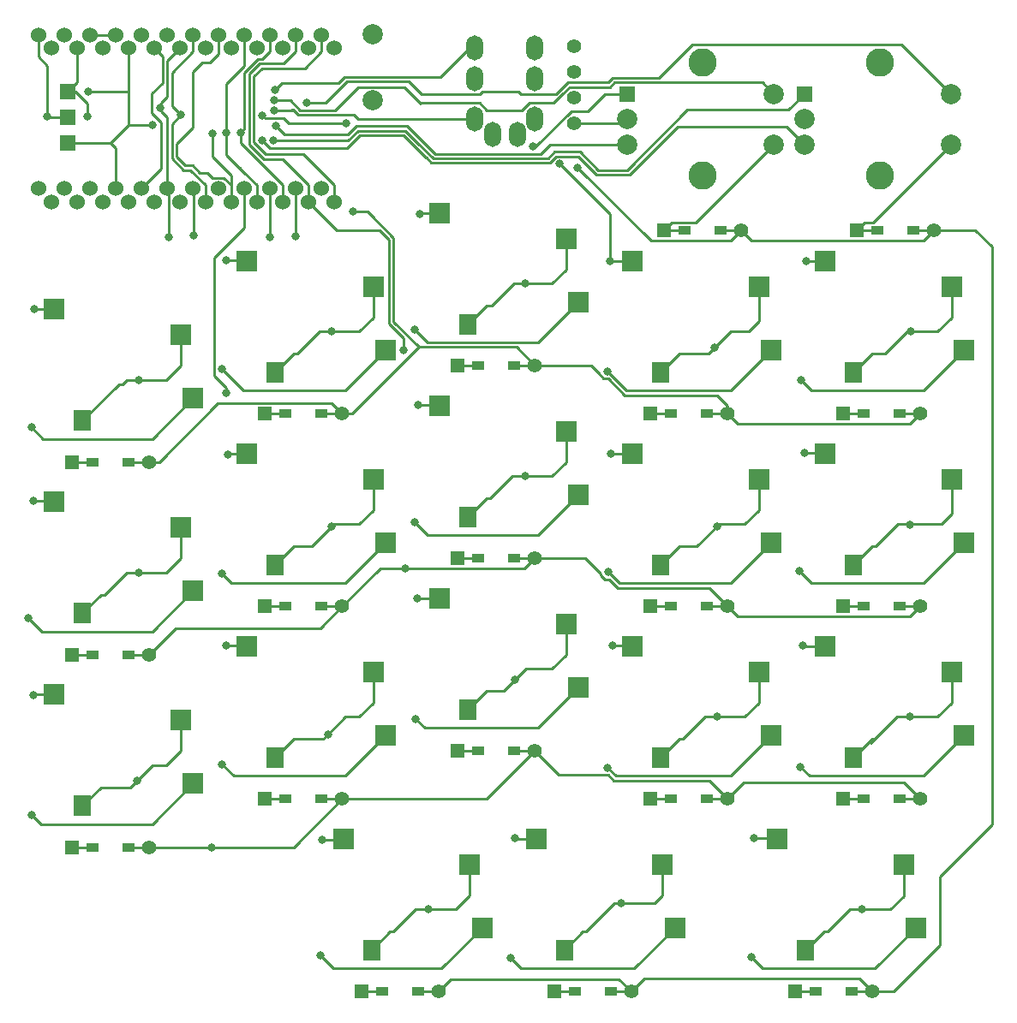
<source format=gtl>
G04 #@! TF.GenerationSoftware,KiCad,Pcbnew,(5.1.6-0-10_14)*
G04 #@! TF.CreationDate,2022-07-31T09:25:34+09:00*
G04 #@! TF.ProjectId,cool536,636f6f6c-3533-4362-9e6b-696361645f70,rev?*
G04 #@! TF.SameCoordinates,Original*
G04 #@! TF.FileFunction,Copper,L1,Top*
G04 #@! TF.FilePolarity,Positive*
%FSLAX46Y46*%
G04 Gerber Fmt 4.6, Leading zero omitted, Abs format (unit mm)*
G04 Created by KiCad (PCBNEW (5.1.6-0-10_14)) date 2022-07-31 09:25:34*
%MOMM*%
%LPD*%
G01*
G04 APERTURE LIST*
G04 #@! TA.AperFunction,SMDPad,CuDef*
%ADD10R,2.000000X2.000000*%
G04 #@! TD*
G04 #@! TA.AperFunction,SMDPad,CuDef*
%ADD11R,1.800000X2.000000*%
G04 #@! TD*
G04 #@! TA.AperFunction,ComponentPad*
%ADD12C,2.000000*%
G04 #@! TD*
G04 #@! TA.AperFunction,ComponentPad*
%ADD13C,1.397000*%
G04 #@! TD*
G04 #@! TA.AperFunction,ComponentPad*
%ADD14R,1.397000X1.397000*%
G04 #@! TD*
G04 #@! TA.AperFunction,SMDPad,CuDef*
%ADD15R,1.300000X0.950000*%
G04 #@! TD*
G04 #@! TA.AperFunction,ComponentPad*
%ADD16O,1.700000X2.500000*%
G04 #@! TD*
G04 #@! TA.AperFunction,ComponentPad*
%ADD17R,1.500000X1.500000*%
G04 #@! TD*
G04 #@! TA.AperFunction,ComponentPad*
%ADD18C,2.800000*%
G04 #@! TD*
G04 #@! TA.AperFunction,SMDPad,CuDef*
%ADD19R,1.524000X1.524000*%
G04 #@! TD*
G04 #@! TA.AperFunction,ComponentPad*
%ADD20C,1.524000*%
G04 #@! TD*
G04 #@! TA.AperFunction,ViaPad*
%ADD21C,0.800000*%
G04 #@! TD*
G04 #@! TA.AperFunction,Conductor*
%ADD22C,0.250000*%
G04 #@! TD*
G04 APERTURE END LIST*
D10*
X95750000Y-100570000D03*
D11*
X84850000Y-102770000D03*
D10*
X94550000Y-94330000D03*
X82050000Y-91790000D03*
X43950000Y-82265000D03*
X56450000Y-84805000D03*
D11*
X46750000Y-93245000D03*
D10*
X57650000Y-91045000D03*
X76700000Y-86282500D03*
D11*
X65800000Y-88482500D03*
D10*
X75500000Y-80042500D03*
X63000000Y-77502500D03*
D12*
X75460000Y-36040000D03*
X75460000Y-42540000D03*
D13*
X72410000Y-73532499D03*
D14*
X64790000Y-73532499D03*
D15*
X66825000Y-73532499D03*
X70375000Y-73532499D03*
D16*
X87250000Y-45870000D03*
X91450000Y-44370000D03*
X91450000Y-40370000D03*
X91450000Y-37370000D03*
X85500000Y-40370000D03*
X85500000Y-37370000D03*
X89700000Y-45870000D03*
X85500000Y-44370000D03*
D10*
X114800000Y-86282500D03*
D11*
X103900000Y-88482500D03*
D10*
X113600000Y-80042500D03*
X101100000Y-77502500D03*
X91575000Y-115602500D03*
X104075000Y-118142500D03*
D11*
X94375000Y-126582500D03*
D10*
X105275000Y-124382500D03*
X72525000Y-115602500D03*
X85025000Y-118142500D03*
D11*
X75325000Y-126582500D03*
D10*
X86225000Y-124382500D03*
X133850000Y-105332500D03*
D11*
X122950000Y-107532500D03*
D10*
X132650000Y-99092500D03*
X120150000Y-96552500D03*
X133850000Y-67232499D03*
D11*
X122950000Y-69432499D03*
D10*
X132650000Y-60992499D03*
X120150000Y-58452499D03*
X63000000Y-96552500D03*
X75500000Y-99092500D03*
D11*
X65800000Y-107532500D03*
D10*
X76700000Y-105332500D03*
X114800000Y-105332500D03*
D11*
X103900000Y-107532500D03*
D10*
X113600000Y-99092500D03*
X101100000Y-96552500D03*
X133850000Y-86282500D03*
D11*
X122950000Y-88482500D03*
D10*
X132650000Y-80042500D03*
X120150000Y-77502500D03*
X57650000Y-110095000D03*
D11*
X46750000Y-112295000D03*
D10*
X56450000Y-103855000D03*
X43950000Y-101315000D03*
X95750000Y-81520000D03*
D11*
X84850000Y-83720000D03*
D10*
X94550000Y-75280000D03*
X82050000Y-72740000D03*
D13*
X110510000Y-92582500D03*
D14*
X102890000Y-92582500D03*
D15*
X104925000Y-92582500D03*
X108475000Y-92582500D03*
D13*
X129560000Y-92582500D03*
D14*
X121940000Y-92582500D03*
D15*
X123975000Y-92582500D03*
X127525000Y-92582500D03*
D13*
X100985000Y-130682500D03*
D14*
X93365000Y-130682500D03*
D15*
X95400000Y-130682500D03*
X98950000Y-130682500D03*
D13*
X124798000Y-130682500D03*
D14*
X117178000Y-130682500D03*
D15*
X119213000Y-130682500D03*
X122763000Y-130682500D03*
X109795000Y-55420000D03*
D13*
X111830000Y-55420000D03*
D14*
X104210000Y-55420000D03*
D15*
X106245000Y-55420000D03*
X128835000Y-55400000D03*
D13*
X130870000Y-55400000D03*
D14*
X123250000Y-55400000D03*
D15*
X125285000Y-55400000D03*
D17*
X118090000Y-41910000D03*
D12*
X118090000Y-44410000D03*
X118090000Y-46910000D03*
D18*
X125590000Y-38810000D03*
X125590000Y-50010000D03*
D12*
X132590000Y-41910000D03*
X132590000Y-46910000D03*
D17*
X100560000Y-41910000D03*
D12*
X100560000Y-44410000D03*
X100560000Y-46910000D03*
D18*
X108060000Y-38810000D03*
X108060000Y-50010000D03*
D12*
X115060000Y-41910000D03*
X115060000Y-46910000D03*
D13*
X53360000Y-116395000D03*
D14*
X45740000Y-116395000D03*
D15*
X47775000Y-116395000D03*
X51325000Y-116395000D03*
D19*
X45310000Y-41650000D03*
X45310000Y-44190000D03*
X45310000Y-46730000D03*
D13*
X91460000Y-68770000D03*
D14*
X83840000Y-68770000D03*
D15*
X85875000Y-68770000D03*
X89425000Y-68770000D03*
D13*
X110510000Y-73532499D03*
D14*
X102890000Y-73532499D03*
D15*
X104925000Y-73532499D03*
X108475000Y-73532499D03*
D13*
X53360000Y-97345000D03*
D14*
X45740000Y-97345000D03*
D15*
X47775000Y-97345000D03*
X51325000Y-97345000D03*
D13*
X129560000Y-73532499D03*
D14*
X121940000Y-73532499D03*
D15*
X123975000Y-73532499D03*
X127525000Y-73532499D03*
D13*
X91460000Y-87820000D03*
D14*
X83840000Y-87820000D03*
D15*
X85875000Y-87820000D03*
X89425000Y-87820000D03*
D13*
X72410000Y-92582500D03*
D14*
X64790000Y-92582500D03*
D15*
X66825000Y-92582500D03*
X70375000Y-92582500D03*
D13*
X72410000Y-111632500D03*
D14*
X64790000Y-111632500D03*
D15*
X66825000Y-111632500D03*
X70375000Y-111632500D03*
D13*
X91460000Y-106870000D03*
D14*
X83840000Y-106870000D03*
D15*
X85875000Y-106870000D03*
X89425000Y-106870000D03*
D13*
X110510000Y-111632500D03*
D14*
X102890000Y-111632500D03*
D15*
X104925000Y-111632500D03*
X108475000Y-111632500D03*
D13*
X129560000Y-111632500D03*
D14*
X121940000Y-111632500D03*
D15*
X123975000Y-111632500D03*
X127525000Y-111632500D03*
D13*
X81935000Y-130682500D03*
D14*
X74315000Y-130682500D03*
D15*
X76350000Y-130682500D03*
X79900000Y-130682500D03*
D13*
X95330000Y-44820000D03*
X95330000Y-42280000D03*
X95330000Y-39740000D03*
X95330000Y-37200000D03*
D20*
X43692000Y-37360000D03*
X46232000Y-37360000D03*
X48772000Y-37360000D03*
X51312000Y-37360000D03*
X53852000Y-37360000D03*
X56392000Y-37360000D03*
X58932000Y-37360000D03*
X61472000Y-37360000D03*
X64012000Y-37360000D03*
X66552000Y-37360000D03*
X69092000Y-37360000D03*
X71632000Y-37360000D03*
X71632000Y-52600000D03*
X69092000Y-52600000D03*
X66552000Y-52600000D03*
X64012000Y-52600000D03*
X61472000Y-52600000D03*
X58932000Y-52600000D03*
X56392000Y-52600000D03*
X53852000Y-52600000D03*
X51312000Y-52600000D03*
X48772000Y-52600000D03*
X46232000Y-52600000D03*
X43692000Y-52600000D03*
X42422000Y-36053600D03*
X44962000Y-36053600D03*
X47502000Y-36053600D03*
X50042000Y-36053600D03*
X52582000Y-36053600D03*
X55122000Y-36053600D03*
X57662000Y-36053600D03*
X60202000Y-36053600D03*
X62742000Y-36053600D03*
X65282000Y-36053600D03*
X67822000Y-36053600D03*
X70362000Y-36053600D03*
X70362000Y-51273600D03*
X67822000Y-51273600D03*
X65282000Y-51273600D03*
X62742000Y-51273600D03*
X60202000Y-51273600D03*
X57662000Y-51273600D03*
X55122000Y-51273600D03*
X52582000Y-51273600D03*
X50042000Y-51273600D03*
X47502000Y-51273600D03*
X44962000Y-51273600D03*
X42422000Y-51273600D03*
D13*
X53360000Y-78295000D03*
D14*
X45740000Y-78295000D03*
D15*
X47775000Y-78295000D03*
X51325000Y-78295000D03*
D10*
X129088000Y-124382500D03*
D11*
X118188000Y-126582500D03*
D10*
X127888000Y-118142500D03*
X115388000Y-115602500D03*
X63000000Y-58452499D03*
X75500000Y-60992499D03*
D11*
X65800000Y-69432499D03*
D10*
X76700000Y-67232499D03*
X82050000Y-53690000D03*
X94550000Y-56230000D03*
D11*
X84850000Y-64670000D03*
D10*
X95750000Y-62470000D03*
X101100000Y-58452499D03*
X113600000Y-60992499D03*
D11*
X103900000Y-69432499D03*
D10*
X114800000Y-67232499D03*
X43950000Y-63215000D03*
X56450000Y-65755000D03*
D11*
X46750000Y-74195000D03*
D10*
X57650000Y-71995000D03*
D21*
X52350001Y-70169999D03*
X71387498Y-65407498D03*
X90475001Y-60644999D03*
X109240000Y-67020000D03*
X128577498Y-65407498D03*
X52309999Y-89219999D03*
X71400000Y-84650000D03*
X90474999Y-79694999D03*
X109425000Y-84695000D03*
X128550000Y-84490000D03*
X52101999Y-109841999D03*
X70995749Y-105235749D03*
X89515000Y-99815000D03*
X109467499Y-103507499D03*
X128527499Y-103507499D03*
X80917499Y-122557499D03*
X99987501Y-121957501D03*
X123767499Y-122557499D03*
X73450000Y-53534990D03*
X78643501Y-88843501D03*
X78500000Y-67200000D03*
X60970000Y-71460000D03*
X59525000Y-116395000D03*
X95667158Y-49202842D03*
X53700000Y-44970000D03*
X65700102Y-43535359D03*
X47340000Y-41670000D03*
X47260000Y-44110000D03*
X65745552Y-41536497D03*
X43280000Y-44140000D03*
X64520000Y-44020000D03*
X72770000Y-44780000D03*
X91280000Y-47094980D03*
X56490000Y-43990000D03*
X65835858Y-45054142D03*
X59590000Y-45800000D03*
X54470000Y-43266990D03*
X41940000Y-101330000D03*
X41700000Y-74880000D03*
X55300000Y-56060000D03*
X41390000Y-93730000D03*
X41900000Y-82150000D03*
X65697833Y-42535360D03*
X42000000Y-63210000D03*
X41730000Y-113190000D03*
X65630000Y-46540000D03*
X60990000Y-45695000D03*
X64520000Y-46500000D03*
X62380000Y-45695000D03*
X68910000Y-42780000D03*
X60510000Y-89360000D03*
X60980000Y-96430000D03*
X60950000Y-58380000D03*
X61120000Y-77540000D03*
X60510000Y-108180000D03*
X57710000Y-55885010D03*
X60490000Y-69080000D03*
X70220000Y-127080000D03*
X79550000Y-84250000D03*
X79810000Y-91790000D03*
X79700000Y-103740000D03*
X65280000Y-56100000D03*
X80070000Y-53740000D03*
X70450000Y-115660000D03*
X79610000Y-65240000D03*
X79910000Y-72670000D03*
X117750000Y-70210000D03*
X118100000Y-77360000D03*
X67790000Y-55960000D03*
X117620000Y-89120000D03*
X113070000Y-115480000D03*
X112830000Y-127280000D03*
X117670000Y-108450000D03*
X118262499Y-58452499D03*
X117960000Y-96450000D03*
X93905000Y-48815000D03*
X89470000Y-115510000D03*
X99100000Y-96470000D03*
X98710000Y-89200000D03*
X98952500Y-77502500D03*
X98640000Y-108520000D03*
X98900000Y-58420000D03*
X98590000Y-69330000D03*
X89050000Y-127360000D03*
D22*
X47775000Y-78295000D02*
X45740000Y-78295000D01*
X50666001Y-70620001D02*
X50324999Y-70620001D01*
X56450000Y-68782002D02*
X55062003Y-70169999D01*
X51116003Y-70169999D02*
X50666001Y-70620001D01*
X56450000Y-65755000D02*
X56450000Y-68782002D01*
X50324999Y-70620001D02*
X46750000Y-74195000D01*
X52350001Y-70169999D02*
X51116003Y-70169999D01*
X55062003Y-70169999D02*
X52350001Y-70169999D01*
X66825000Y-73532499D02*
X64790000Y-73532499D01*
X70166003Y-65407498D02*
X67966003Y-67607498D01*
X67625001Y-67607498D02*
X65800000Y-69432499D01*
X67966003Y-67607498D02*
X67625001Y-67607498D01*
X71387498Y-65407498D02*
X70166003Y-65407498D01*
X74112003Y-65407498D02*
X71387498Y-65407498D01*
X75500000Y-64019501D02*
X74112003Y-65407498D01*
X75500000Y-60992499D02*
X75500000Y-64019501D01*
X89355001Y-60644999D02*
X87155001Y-62844999D01*
X94550000Y-59257002D02*
X93162003Y-60644999D01*
X85875000Y-68770000D02*
X83840000Y-68770000D01*
X86675001Y-62844999D02*
X84850000Y-64670000D01*
X87155001Y-62844999D02*
X86675001Y-62844999D01*
X94550000Y-56230000D02*
X94550000Y-59257002D01*
X93162003Y-60644999D02*
X90475001Y-60644999D01*
X90475001Y-60644999D02*
X89355001Y-60644999D01*
X104925000Y-73532499D02*
X102890000Y-73532499D01*
X109240000Y-67020000D02*
X108652502Y-67607498D01*
X110852502Y-65407498D02*
X109240000Y-67020000D01*
X112576001Y-65407498D02*
X110852502Y-65407498D01*
X105725001Y-67607498D02*
X103900000Y-69432499D01*
X113600000Y-60992499D02*
X113600000Y-64383499D01*
X113600000Y-64383499D02*
X112576001Y-65407498D01*
X108652502Y-67607498D02*
X105725001Y-67607498D01*
X131262003Y-65407498D02*
X128577498Y-65407498D01*
X128577498Y-65407498D02*
X128272502Y-65407498D01*
X123975000Y-73532499D02*
X121940000Y-73532499D01*
X132650000Y-64019501D02*
X131262003Y-65407498D01*
X128272502Y-65407498D02*
X126072502Y-67607498D01*
X124775001Y-67607498D02*
X122950000Y-69432499D01*
X126072502Y-67607498D02*
X124775001Y-67607498D01*
X132650000Y-60992499D02*
X132650000Y-64019501D01*
X47775000Y-97345000D02*
X45740000Y-97345000D01*
X55062003Y-89219999D02*
X52309999Y-89219999D01*
X52309999Y-89219999D02*
X51116003Y-89219999D01*
X48916003Y-91419999D02*
X48575001Y-91419999D01*
X56450000Y-84805000D02*
X56450000Y-87832002D01*
X48575001Y-91419999D02*
X46750000Y-93245000D01*
X56450000Y-87832002D02*
X55062003Y-89219999D01*
X51116003Y-89219999D02*
X48916003Y-91419999D01*
X74112003Y-84457499D02*
X71582501Y-84457499D01*
X67625001Y-86657499D02*
X65800000Y-88482500D01*
X75500000Y-80042500D02*
X75500000Y-83069502D01*
X71582501Y-84457499D02*
X69382501Y-86657499D01*
X75500000Y-83069502D02*
X74112003Y-84457499D01*
X69382501Y-86657499D02*
X67625001Y-86657499D01*
X66825000Y-92582500D02*
X64790000Y-92582500D01*
X85875000Y-87820000D02*
X83840000Y-87820000D01*
X90474999Y-79694999D02*
X89216003Y-79694999D01*
X93162003Y-79694999D02*
X90474999Y-79694999D01*
X94550000Y-75280000D02*
X94550000Y-78307002D01*
X89216003Y-79694999D02*
X87016003Y-81894999D01*
X86675001Y-81894999D02*
X84850000Y-83720000D01*
X87016003Y-81894999D02*
X86675001Y-81894999D01*
X94550000Y-78307002D02*
X93162003Y-79694999D01*
X109425000Y-84695000D02*
X107462501Y-86657499D01*
X109662501Y-84457499D02*
X109425000Y-84695000D01*
X107462501Y-86657499D02*
X105725001Y-86657499D01*
X112212003Y-84457499D02*
X109662501Y-84457499D01*
X113600000Y-80042500D02*
X113600000Y-83069502D01*
X105725001Y-86657499D02*
X103900000Y-88482500D01*
X113600000Y-83069502D02*
X112212003Y-84457499D01*
X104925000Y-92582500D02*
X102890000Y-92582500D01*
X131626001Y-84457499D02*
X127316003Y-84457499D01*
X125116003Y-86657499D02*
X124775001Y-86657499D01*
X124775001Y-86657499D02*
X122950000Y-88482500D01*
X132650000Y-83433500D02*
X131626001Y-84457499D01*
X127316003Y-84457499D02*
X125116003Y-86657499D01*
X132650000Y-80042500D02*
X132650000Y-83433500D01*
X121940000Y-92582500D02*
X123975000Y-92582500D01*
X51473999Y-110469999D02*
X48575001Y-110469999D01*
X55062003Y-108269999D02*
X53673999Y-108269999D01*
X48575001Y-110469999D02*
X46750000Y-112295000D01*
X56450000Y-106882002D02*
X55062003Y-108269999D01*
X56450000Y-103855000D02*
X56450000Y-106882002D01*
X52101999Y-109841999D02*
X51473999Y-110469999D01*
X53673999Y-108269999D02*
X52101999Y-109841999D01*
X45740000Y-116395000D02*
X47775000Y-116395000D01*
X66825000Y-111632500D02*
X64790000Y-111632500D01*
X75500000Y-99092500D02*
X75500000Y-102119502D01*
X74112003Y-103507499D02*
X72723999Y-103507499D01*
X67625001Y-105707499D02*
X65800000Y-107532500D01*
X70523999Y-105707499D02*
X67625001Y-105707499D01*
X75500000Y-102119502D02*
X74112003Y-103507499D01*
X72723999Y-103507499D02*
X70995749Y-105235749D01*
X70995749Y-105235749D02*
X70523999Y-105707499D01*
X90585001Y-98744999D02*
X89515000Y-99815000D01*
X89515000Y-99815000D02*
X88385001Y-100944999D01*
X86675001Y-100944999D02*
X84850000Y-102770000D01*
X88385001Y-100944999D02*
X86675001Y-100944999D01*
X94550000Y-94330000D02*
X94550000Y-97357002D01*
X93162003Y-98744999D02*
X90585001Y-98744999D01*
X85875000Y-106870000D02*
X83840000Y-106870000D01*
X94550000Y-97357002D02*
X93162003Y-98744999D01*
X109467499Y-103507499D02*
X108266003Y-103507499D01*
X112212003Y-103507499D02*
X109467499Y-103507499D01*
X104925000Y-111632500D02*
X102890000Y-111632500D01*
X113600000Y-99092500D02*
X113600000Y-102119502D01*
X106066003Y-105707499D02*
X105725001Y-105707499D01*
X108266003Y-103507499D02*
X106066003Y-105707499D01*
X113600000Y-102119502D02*
X112212003Y-103507499D01*
X105725001Y-105707499D02*
X103900000Y-107532500D01*
X131262003Y-103507499D02*
X128527499Y-103507499D01*
X128527499Y-103507499D02*
X127202501Y-103507499D01*
X123975000Y-111632500D02*
X121940000Y-111632500D01*
X124775001Y-105707499D02*
X125002501Y-105707499D01*
X125002501Y-105707499D02*
X127202501Y-103507499D01*
X122950000Y-107532500D02*
X124775001Y-105707499D01*
X132650000Y-99092500D02*
X132650000Y-102119502D01*
X132650000Y-102119502D02*
X131262003Y-103507499D01*
X127202501Y-103507499D02*
X124590000Y-106120000D01*
X80917499Y-122557499D02*
X79691003Y-122557499D01*
X83637003Y-122557499D02*
X80917499Y-122557499D01*
X76350000Y-130682500D02*
X74315000Y-130682500D01*
X85025000Y-121169502D02*
X83637003Y-122557499D01*
X77491003Y-124757499D02*
X77150001Y-124757499D01*
X85025000Y-118142500D02*
X85025000Y-121169502D01*
X77150001Y-124757499D02*
X75325000Y-126582500D01*
X79691003Y-122557499D02*
X77491003Y-124757499D01*
X95400000Y-130682500D02*
X93365000Y-130682500D01*
X103287001Y-121957501D02*
X99987501Y-121957501D01*
X99987501Y-121957501D02*
X99341001Y-121957501D01*
X96200001Y-124757499D02*
X94375000Y-126582500D01*
X104075000Y-118142500D02*
X104075000Y-121169502D01*
X104075000Y-121169502D02*
X103287001Y-121957501D01*
X99341001Y-121957501D02*
X96541003Y-124757499D01*
X96541003Y-124757499D02*
X96200001Y-124757499D01*
X126572501Y-122557499D02*
X123767499Y-122557499D01*
X123767499Y-122557499D02*
X122554003Y-122557499D01*
X119213000Y-130682500D02*
X117178000Y-130682500D01*
X120013001Y-124757499D02*
X118188000Y-126582500D01*
X127888000Y-118142500D02*
X127888000Y-121242000D01*
X122554003Y-122557499D02*
X120354003Y-124757499D01*
X120354003Y-124757499D02*
X120013001Y-124757499D01*
X127888000Y-121242000D02*
X126572501Y-122557499D01*
X105010001Y-54619999D02*
X106579999Y-54619999D01*
X115060000Y-46910000D02*
X107350001Y-54619999D01*
X107350001Y-54619999D02*
X106579999Y-54619999D01*
X104210000Y-55420000D02*
X106245000Y-55420000D01*
X104210000Y-55420000D02*
X105010001Y-54619999D01*
X124050001Y-54599999D02*
X124660001Y-54599999D01*
X132590000Y-46910000D02*
X124900001Y-54599999D01*
X124900001Y-54599999D02*
X124660001Y-54599999D01*
X123250000Y-55400000D02*
X124050001Y-54599999D01*
X125285000Y-55400000D02*
X123250000Y-55400000D01*
X51325000Y-78295000D02*
X53360000Y-78295000D01*
X64879962Y-47889962D02*
X68587124Y-47889962D01*
X70362000Y-36053600D02*
X70362000Y-37698762D01*
X64462979Y-39347021D02*
X63690000Y-40120000D01*
X68713742Y-39347020D02*
X64462979Y-39347021D01*
X68587124Y-47889962D02*
X71632000Y-50934838D01*
X70362000Y-37698762D02*
X68713742Y-39347020D01*
X63690000Y-40120000D02*
X63690000Y-46700000D01*
X71632000Y-50934838D02*
X71632000Y-52600000D01*
X63690000Y-46700000D02*
X64879962Y-47889962D01*
X73397828Y-73532499D02*
X79985316Y-66945011D01*
X72410000Y-73532499D02*
X73397828Y-73532499D01*
X91460000Y-68770000D02*
X89425000Y-68770000D01*
X129560000Y-73532499D02*
X127525000Y-73532499D01*
X75235000Y-53885000D02*
X77490000Y-56140000D01*
X74957347Y-53607347D02*
X75235000Y-53885000D01*
X74884990Y-53534990D02*
X75235000Y-53885000D01*
X73450000Y-53534990D02*
X74884990Y-53534990D01*
X110510000Y-73532499D02*
X108475000Y-73532499D01*
X79985316Y-66945011D02*
X89635011Y-66945011D01*
X89635011Y-66945011D02*
X91460000Y-68770000D01*
X74957347Y-53607347D02*
X74957347Y-53577347D01*
X71386499Y-72508998D02*
X72410000Y-73532499D01*
X54347828Y-78295000D02*
X60133830Y-72508998D01*
X110510000Y-73532499D02*
X110510000Y-72780000D01*
X60133830Y-72508998D02*
X71386499Y-72508998D01*
X97750000Y-69530000D02*
X97750000Y-69563002D01*
X100331099Y-71707509D02*
X98678591Y-70055001D01*
X128536499Y-74556000D02*
X129560000Y-73532499D01*
X97750000Y-69563002D02*
X98241999Y-70055001D01*
X111533501Y-74556000D02*
X128536499Y-74556000D01*
X96990000Y-68770000D02*
X91460000Y-68770000D01*
X110510000Y-73532499D02*
X111533501Y-74556000D01*
X110510000Y-72780000D02*
X109437510Y-71707510D01*
X53360000Y-78295000D02*
X54347828Y-78295000D01*
X97750000Y-69530000D02*
X96990000Y-68770000D01*
X98241999Y-70055001D02*
X98678591Y-70055001D01*
X72410000Y-73532499D02*
X70375000Y-73532499D01*
X109437510Y-71707510D02*
X100331099Y-71707509D01*
X77490000Y-56140000D02*
X77490000Y-64449695D01*
X77490000Y-64449695D02*
X79985316Y-66945011D01*
X129560000Y-92582500D02*
X128536499Y-93606001D01*
X128536499Y-93606001D02*
X111533501Y-93606001D01*
X72410000Y-92582500D02*
X76148999Y-88843501D01*
X90436499Y-88843501D02*
X91460000Y-87820000D01*
X111533501Y-93606001D02*
X110510000Y-92582500D01*
X67822000Y-37698762D02*
X66623751Y-38897011D01*
X78500000Y-66096105D02*
X78500000Y-67200000D01*
X71852000Y-55360000D02*
X76073590Y-55360000D01*
X76073590Y-55360000D02*
X77039990Y-56326400D01*
X76148999Y-88843501D02*
X78643501Y-88843501D01*
X78643501Y-88843501D02*
X90436499Y-88843501D01*
X77039991Y-64636096D02*
X78500000Y-66096105D01*
X127525000Y-92582500D02*
X129560000Y-92582500D01*
X69092000Y-52600000D02*
X71852000Y-55360000D01*
X63239990Y-46889990D02*
X64689971Y-48339971D01*
X63239990Y-39933600D02*
X63239990Y-46889990D01*
X64276578Y-38897012D02*
X63239990Y-39933600D01*
X67822000Y-36053600D02*
X67822000Y-37698762D01*
X66623751Y-38897011D02*
X64276578Y-38897012D01*
X98361999Y-89925001D02*
X98798591Y-89925001D01*
X109720000Y-91792500D02*
X110510000Y-92582500D01*
X96434999Y-87820000D02*
X97984999Y-89370000D01*
X91460000Y-87820000D02*
X96434999Y-87820000D01*
X98798591Y-89925001D02*
X99631101Y-90757511D01*
X66497133Y-48339971D02*
X69092000Y-50934838D01*
X97984999Y-89370000D02*
X97984999Y-89548001D01*
X89425000Y-87820000D02*
X91460000Y-87820000D01*
X97984999Y-89548001D02*
X98361999Y-89925001D01*
X72410000Y-92582500D02*
X70375000Y-92582500D01*
X77039990Y-56326400D02*
X77039991Y-64636096D01*
X53360000Y-97345000D02*
X51325000Y-97345000D01*
X110510000Y-92582500D02*
X108475000Y-92582500D01*
X55977501Y-94727499D02*
X70265001Y-94727499D01*
X53360000Y-97345000D02*
X55977501Y-94727499D01*
X70265001Y-94727499D02*
X72410000Y-92582500D01*
X69092000Y-50934838D02*
X69092000Y-52600000D01*
X109720000Y-91792500D02*
X109712500Y-91792500D01*
X99631101Y-90757511D02*
X108677511Y-90757511D01*
X64689971Y-48339971D02*
X66497133Y-48339971D01*
X109712500Y-91792500D02*
X108677511Y-90757511D01*
X72410000Y-111632500D02*
X86697500Y-111632500D01*
X86697500Y-111632500D02*
X91460000Y-106870000D01*
X91460000Y-106870000D02*
X89425000Y-106870000D01*
X67647500Y-116395000D02*
X72410000Y-111632500D01*
X72410000Y-111632500D02*
X70375000Y-111632500D01*
X110510000Y-111632500D02*
X108685011Y-109807511D01*
X108685011Y-109807511D02*
X99247511Y-109807511D01*
X99247511Y-109807511D02*
X98685001Y-109245001D01*
X93835001Y-109245001D02*
X91460000Y-106870000D01*
X98685001Y-109245001D02*
X93835001Y-109245001D01*
X59764999Y-69764999D02*
X60970000Y-70970000D01*
X60970000Y-70970000D02*
X60970000Y-71460000D01*
X59764999Y-58125001D02*
X59764999Y-69764999D01*
X53360000Y-116395000D02*
X59525000Y-116395000D01*
X62742000Y-55148000D02*
X59764999Y-58125001D01*
X59525000Y-116395000D02*
X67647500Y-116395000D01*
X129560000Y-111632500D02*
X127525000Y-111632500D01*
X51325000Y-116395000D02*
X53360000Y-116395000D01*
X110510000Y-111632500D02*
X108475000Y-111632500D01*
X112112500Y-110030000D02*
X127957500Y-110030000D01*
X127957500Y-110030000D02*
X129560000Y-111632500D01*
X110510000Y-111632500D02*
X112112500Y-110030000D01*
X62742000Y-51273600D02*
X62742000Y-55148000D01*
X124798000Y-130682500D02*
X126922500Y-130682500D01*
X126922500Y-130637500D02*
X131470000Y-126090000D01*
X136610000Y-57030000D02*
X134980000Y-55400000D01*
X134980000Y-55400000D02*
X130870000Y-55400000D01*
X131470000Y-126090000D02*
X131470000Y-119300000D01*
X136610000Y-114160000D02*
X136610000Y-57030000D01*
X126922500Y-130682500D02*
X126922500Y-130637500D01*
X131470000Y-119300000D02*
X136610000Y-114160000D01*
X129846499Y-56423501D02*
X130870000Y-55400000D01*
X112833501Y-56423501D02*
X129846499Y-56423501D01*
X111830000Y-55420000D02*
X112833501Y-56423501D01*
X124798000Y-130682500D02*
X122763000Y-130682500D01*
X123535500Y-129420000D02*
X102247500Y-129420000D01*
X102247500Y-129420000D02*
X100985000Y-130682500D01*
X100985000Y-130682500D02*
X98950000Y-130682500D01*
X95667158Y-49202842D02*
X102907816Y-56443501D01*
X124798000Y-130682500D02*
X123535500Y-129420000D01*
X81935000Y-130682500D02*
X79900000Y-130682500D01*
X110806499Y-56443501D02*
X111830000Y-55420000D01*
X100985000Y-130682500D02*
X99752500Y-129450000D01*
X99752500Y-129450000D02*
X83167500Y-129450000D01*
X102907816Y-56443501D02*
X110806499Y-56443501D01*
X83167500Y-129450000D02*
X81935000Y-130682500D01*
X109795000Y-55420000D02*
X111830000Y-55420000D01*
X130710000Y-55400000D02*
X128835000Y-55400000D01*
X130870000Y-55400000D02*
X130710000Y-55400000D01*
X65700102Y-43535359D02*
X67384641Y-43535359D01*
X67384641Y-43535359D02*
X67490000Y-43430000D01*
X67533590Y-43430000D02*
X68071614Y-43968024D01*
X67490000Y-43430000D02*
X67533590Y-43430000D01*
X85460000Y-44410000D02*
X85500000Y-44370000D01*
X68071614Y-43968024D02*
X73568024Y-43968024D01*
X73568024Y-43968024D02*
X74010000Y-44410000D01*
X74010000Y-44410000D02*
X85460000Y-44410000D01*
X53698000Y-44968000D02*
X53700000Y-44970000D01*
X51312000Y-44968000D02*
X53698000Y-44968000D01*
X50042000Y-51273600D02*
X50042000Y-47222000D01*
X50042000Y-47222000D02*
X49550000Y-46730000D01*
X49550000Y-46730000D02*
X45310000Y-46730000D01*
X51312000Y-44968000D02*
X49550000Y-46730000D01*
X51312000Y-37360000D02*
X51312000Y-41518000D01*
X47372000Y-41702000D02*
X47340000Y-41670000D01*
X51312000Y-41518000D02*
X51312000Y-41702000D01*
X51312000Y-41702000D02*
X47372000Y-41702000D01*
X51312000Y-41702000D02*
X51312000Y-44968000D01*
X95330000Y-44820000D02*
X100150000Y-44820000D01*
X100150000Y-44820000D02*
X100560000Y-44410000D01*
X46232000Y-40728000D02*
X45310000Y-41650000D01*
X46232000Y-37360000D02*
X46232000Y-40728000D01*
X46050000Y-41650000D02*
X45310000Y-41650000D01*
X47260000Y-44110000D02*
X47260000Y-42860000D01*
X47260000Y-42860000D02*
X46050000Y-41650000D01*
X47502000Y-36053600D02*
X50042000Y-36053600D01*
X82130010Y-40229990D02*
X72640010Y-40229990D01*
X72580000Y-40290000D02*
X72070000Y-40800000D01*
X72640010Y-40229990D02*
X72580000Y-40290000D01*
X84990000Y-37370000D02*
X82130010Y-40229990D01*
X85500000Y-37370000D02*
X84990000Y-37370000D01*
X72070000Y-40800000D02*
X66482049Y-40800000D01*
X66482049Y-40800000D02*
X65745552Y-41536497D01*
X43330000Y-44190000D02*
X43280000Y-44140000D01*
X45310000Y-44190000D02*
X43330000Y-44190000D01*
X42422000Y-38242000D02*
X42422000Y-36053600D01*
X43280000Y-39100000D02*
X42422000Y-38242000D01*
X43280000Y-44140000D02*
X43280000Y-39100000D01*
X96680000Y-43630000D02*
X98400000Y-41910000D01*
X98400000Y-41910000D02*
X100560000Y-41910000D01*
X96310000Y-43630000D02*
X95050000Y-43630000D01*
X96310000Y-43630000D02*
X96680000Y-43630000D01*
X64829141Y-44329141D02*
X64520000Y-44020000D01*
X67110000Y-44780000D02*
X66659141Y-44329141D01*
X72770000Y-44780000D02*
X67110000Y-44780000D01*
X66659141Y-44329141D02*
X64829141Y-44329141D01*
X55572010Y-44907990D02*
X56490000Y-43990000D01*
X91550000Y-47130000D02*
X91315020Y-47130000D01*
X95050000Y-43630000D02*
X91550000Y-47130000D01*
X91315020Y-47130000D02*
X91280000Y-47094980D01*
X57417162Y-49420000D02*
X56690000Y-49420000D01*
X57662000Y-37698762D02*
X57662000Y-37182000D01*
X56690000Y-49420000D02*
X55572010Y-48302010D01*
X57662000Y-37182000D02*
X57662000Y-36053600D01*
X55572010Y-39788752D02*
X57662000Y-37698762D01*
X58932000Y-50934838D02*
X57417162Y-49420000D01*
X58932000Y-52600000D02*
X58932000Y-50934838D01*
X55572010Y-46107990D02*
X55572010Y-44907990D01*
X55572010Y-48302010D02*
X55572010Y-46107990D01*
X55572010Y-43072010D02*
X55572010Y-42767990D01*
X55572010Y-42767990D02*
X55572010Y-39788752D01*
X56490000Y-43990000D02*
X55572010Y-43072010D01*
X81589980Y-47819980D02*
X92000020Y-47819980D01*
X100560000Y-46910000D02*
X92910000Y-46910000D01*
X92910000Y-46910000D02*
X92000020Y-47819980D01*
X65835858Y-45054142D02*
X66681716Y-45900000D01*
X66681716Y-45900000D02*
X73000000Y-45900000D01*
X73000000Y-45900000D02*
X73820000Y-45080000D01*
X73820000Y-45080000D02*
X78850000Y-45080000D01*
X78850000Y-45080000D02*
X81589980Y-47819980D01*
X61472000Y-52600000D02*
X61472000Y-50012000D01*
X59590000Y-48130000D02*
X59590000Y-45800000D01*
X61472000Y-50012000D02*
X59590000Y-48130000D01*
X60202000Y-37698762D02*
X60202000Y-36053600D01*
X56022020Y-48082020D02*
X56022020Y-46857980D01*
X57603562Y-48969990D02*
X56909990Y-48969990D01*
X58323572Y-49690000D02*
X57603562Y-48969990D01*
X57640000Y-45240000D02*
X57640000Y-39700000D01*
X59370000Y-38760000D02*
X60202000Y-37928000D01*
X59086802Y-49690000D02*
X58323572Y-49690000D01*
X61472000Y-50934838D02*
X60723761Y-50186599D01*
X58580000Y-38760000D02*
X59370000Y-38760000D01*
X57640000Y-39700000D02*
X58580000Y-38760000D01*
X56909990Y-48969990D02*
X56022020Y-48082020D01*
X60723761Y-50186599D02*
X59583401Y-50186599D01*
X61472000Y-52600000D02*
X61472000Y-50934838D01*
X59583401Y-50186599D02*
X59086802Y-49690000D01*
X56022020Y-46857980D02*
X57640000Y-45240000D01*
X60202000Y-37928000D02*
X60202000Y-37698762D01*
X94217609Y-41877609D02*
X94110208Y-41985010D01*
X94877609Y-41217609D02*
X94217609Y-41877609D01*
X94217609Y-41877609D02*
X93300228Y-42794990D01*
X90194999Y-43495001D02*
X86686716Y-43495001D01*
X80194990Y-42794990D02*
X80154990Y-42834990D01*
X93300228Y-42794990D02*
X90895010Y-42794990D01*
X85986705Y-42794990D02*
X80194990Y-42794990D01*
X90895010Y-42794990D02*
X90194999Y-43495001D01*
X86686716Y-43495001D02*
X85986705Y-42794990D01*
X105016499Y-40763501D02*
X99333501Y-40763501D01*
X105273497Y-40763501D02*
X105016499Y-40763501D01*
X113913501Y-40763501D02*
X115060000Y-41910000D01*
X105016499Y-40763501D02*
X113913501Y-40763501D01*
X99333501Y-40763501D02*
X98879393Y-41217609D01*
X68258014Y-43518014D02*
X67275360Y-42535360D01*
X98879393Y-41217609D02*
X94877609Y-41217609D01*
X67275360Y-42535360D02*
X65697833Y-42535360D01*
X80154990Y-42834990D02*
X78574999Y-41254999D01*
X78574999Y-41254999D02*
X73945001Y-41254999D01*
X73945001Y-41254999D02*
X71681986Y-43518014D01*
X71681986Y-43518014D02*
X68258014Y-43518014D01*
X54510000Y-43230000D02*
X54510000Y-42760000D01*
X54510000Y-43230000D02*
X54506990Y-43230000D01*
X54510000Y-43590000D02*
X54510000Y-43230000D01*
X54506990Y-43230000D02*
X54470000Y-43266990D01*
X55122000Y-42148000D02*
X55122000Y-38630000D01*
X55122000Y-44202000D02*
X54510000Y-43590000D01*
X55122000Y-38630000D02*
X56392000Y-37360000D01*
X55122000Y-51273600D02*
X55122000Y-44202000D01*
X54510000Y-42760000D02*
X55122000Y-42148000D01*
X43950000Y-101315000D02*
X41955000Y-101315000D01*
X41955000Y-101315000D02*
X41940000Y-101330000D01*
X53624999Y-76020001D02*
X42840001Y-76020001D01*
X42840001Y-76020001D02*
X41700000Y-74880000D01*
X55300000Y-56060000D02*
X55300000Y-51451600D01*
X55300000Y-51451600D02*
X55122000Y-51273600D01*
X57650000Y-71995000D02*
X53624999Y-76020001D01*
X43950000Y-63215000D02*
X42005000Y-63215000D01*
X42005000Y-63215000D02*
X42000000Y-63210000D01*
X57650000Y-110095000D02*
X53624999Y-114120001D01*
X42730001Y-95070001D02*
X53624999Y-95070001D01*
X41390000Y-93730000D02*
X42730001Y-95070001D01*
X53624999Y-114120001D02*
X42660001Y-114120001D01*
X42660001Y-114120001D02*
X41730000Y-113190000D01*
X53624999Y-95070001D02*
X57650000Y-91045000D01*
X41900000Y-82150000D02*
X43835000Y-82150000D01*
X43835000Y-82150000D02*
X43950000Y-82265000D01*
X95896400Y-47639990D02*
X97678205Y-49421795D01*
X106530000Y-43490000D02*
X100598205Y-49421795D01*
X100598205Y-49421795D02*
X97678205Y-49421795D01*
X116510000Y-43490000D02*
X106530000Y-43490000D01*
X118090000Y-41910000D02*
X116510000Y-43490000D01*
X65630000Y-46540000D02*
X72440000Y-46540000D01*
X74006400Y-45530010D02*
X72996410Y-46540000D01*
X72996410Y-46540000D02*
X72440000Y-46540000D01*
X78650010Y-45530010D02*
X74006400Y-45530010D01*
X79851795Y-46718205D02*
X81403580Y-48269990D01*
X79851795Y-46718205D02*
X79838205Y-46718205D01*
X79838205Y-46718205D02*
X78650010Y-45530010D01*
X92740598Y-48269990D02*
X93370599Y-47639989D01*
X81403580Y-48269990D02*
X92740598Y-48269990D01*
X93370599Y-47639989D02*
X95896400Y-47639990D01*
X60990000Y-45695000D02*
X60990000Y-47912838D01*
X62673581Y-49596419D02*
X62317152Y-49239990D01*
X60990000Y-47912838D02*
X62673581Y-49596419D01*
X64012000Y-50934838D02*
X62673581Y-49596419D01*
X64012000Y-52600000D02*
X64012000Y-50934838D01*
X60990000Y-40910770D02*
X60990000Y-45695000D01*
X62742000Y-36053600D02*
X62742000Y-39158770D01*
X62742000Y-39158770D02*
X60990000Y-40910770D01*
X62720000Y-45355000D02*
X62380000Y-45695000D01*
X66552000Y-50934838D02*
X66552000Y-52600000D01*
X65282000Y-37698762D02*
X64533761Y-38447001D01*
X65282000Y-36053600D02*
X65282000Y-37698762D01*
X95709999Y-48089999D02*
X97270000Y-49650000D01*
X105546410Y-45110000D02*
X100784605Y-49871805D01*
X100784605Y-49871805D02*
X97491805Y-49871805D01*
X97491805Y-49871805D02*
X97270000Y-49650000D01*
X116290000Y-45110000D02*
X105546410Y-45110000D01*
X118090000Y-46910000D02*
X116290000Y-45110000D01*
X69805001Y-47265001D02*
X72907819Y-47265001D01*
X72907819Y-47265001D02*
X74192800Y-45980020D01*
X78463610Y-45980020D02*
X80715000Y-48231410D01*
X74192800Y-45980020D02*
X78463610Y-45980020D01*
X80728590Y-48231410D02*
X81217180Y-48720000D01*
X80715000Y-48231410D02*
X80728590Y-48231410D01*
X81217180Y-48720000D02*
X92926998Y-48720000D01*
X92926998Y-48720000D02*
X93556999Y-48089999D01*
X93556999Y-48089999D02*
X95709999Y-48089999D01*
X69805001Y-47265001D02*
X70238591Y-47265001D01*
X65285001Y-47265001D02*
X69805001Y-47265001D01*
X62380000Y-46762838D02*
X64723581Y-49106419D01*
X64533761Y-38447001D02*
X64090179Y-38447001D01*
X64090179Y-38447001D02*
X62720000Y-39817180D01*
X64407143Y-48789981D02*
X64723581Y-49106419D01*
X62380000Y-45695000D02*
X62380000Y-46762838D01*
X64723581Y-49106419D02*
X66552000Y-50934838D01*
X64520000Y-46500000D02*
X65285001Y-47265001D01*
X62720000Y-39817180D02*
X62720000Y-45355000D01*
X132590000Y-41910000D02*
X127690000Y-37010000D01*
X78988285Y-40680000D02*
X72890000Y-40680000D01*
X94691208Y-40767600D02*
X93513798Y-41945010D01*
X127690000Y-37010000D02*
X106990000Y-37010000D01*
X72890000Y-40680000D02*
X70790000Y-42780000D01*
X103686509Y-40313491D02*
X99147100Y-40313492D01*
X90094012Y-41945010D02*
X89794001Y-41644999D01*
X106990000Y-37010000D02*
X103686509Y-40313491D01*
X99147100Y-40313492D02*
X98692993Y-40767599D01*
X98692993Y-40767599D02*
X94691208Y-40767600D01*
X93513798Y-41945010D02*
X90094012Y-41945010D01*
X85986705Y-41945010D02*
X80253295Y-41945010D01*
X89794001Y-41644999D02*
X86286716Y-41644999D01*
X86286716Y-41644999D02*
X85986705Y-41945010D01*
X80253295Y-41945010D02*
X78988285Y-40680000D01*
X70790000Y-42780000D02*
X68910000Y-42780000D01*
X61457501Y-90307501D02*
X60510000Y-89360000D01*
X76700000Y-86282500D02*
X72674999Y-90307501D01*
X72674999Y-90307501D02*
X61457501Y-90307501D01*
X72674999Y-109357501D02*
X76700000Y-105332500D01*
X60510000Y-108180000D02*
X61687501Y-109357501D01*
X61687501Y-109357501D02*
X72674999Y-109357501D01*
X61157500Y-77502500D02*
X61120000Y-77540000D01*
X63000000Y-77502500D02*
X61157500Y-77502500D01*
X62927501Y-58380000D02*
X63000000Y-58452499D01*
X60950000Y-58380000D02*
X62927501Y-58380000D01*
X60980000Y-96430000D02*
X62877500Y-96430000D01*
X62877500Y-96430000D02*
X63000000Y-96552500D01*
X57710000Y-51321600D02*
X57662000Y-51273600D01*
X57710000Y-55885010D02*
X57710000Y-51321600D01*
X60490000Y-69080000D02*
X62667500Y-71257500D01*
X72674999Y-71257500D02*
X76700000Y-67232499D01*
X62667500Y-71257500D02*
X72674999Y-71257500D01*
X54540000Y-44700000D02*
X54540000Y-49315600D01*
X54540000Y-49315600D02*
X54192800Y-49662800D01*
X53600000Y-43760000D02*
X54540000Y-44700000D01*
X52582000Y-51273600D02*
X54192800Y-49662800D01*
X53600000Y-41830000D02*
X53600000Y-43760000D01*
X54671990Y-40788010D02*
X54671990Y-38179990D01*
X54671990Y-40788010D02*
X54641990Y-40788010D01*
X54641990Y-40788010D02*
X53600000Y-41830000D01*
X54671990Y-38179990D02*
X53852000Y-37360000D01*
X72467500Y-115660000D02*
X72525000Y-115602500D01*
X81980000Y-72670000D02*
X82050000Y-72740000D01*
X79910000Y-72670000D02*
X81980000Y-72670000D01*
X70450000Y-115660000D02*
X72467500Y-115660000D01*
X71547501Y-128407501D02*
X70220000Y-127080000D01*
X86225000Y-124382500D02*
X82199999Y-128407501D01*
X82199999Y-128407501D02*
X71547501Y-128407501D01*
X79550000Y-84250000D02*
X80845001Y-85545001D01*
X80845001Y-85545001D02*
X91724999Y-85545001D01*
X91724999Y-85545001D02*
X95750000Y-81520000D01*
X82050000Y-91790000D02*
X79810000Y-91790000D01*
X91724999Y-66495001D02*
X80865001Y-66495001D01*
X95750000Y-62470000D02*
X91724999Y-66495001D01*
X91724999Y-104595001D02*
X80555001Y-104595001D01*
X80555001Y-104595001D02*
X79700000Y-103740000D01*
X95750000Y-100570000D02*
X91724999Y-104595001D01*
X80865001Y-66495001D02*
X79610000Y-65240000D01*
X65280000Y-51275600D02*
X65282000Y-51273600D01*
X65280000Y-56100000D02*
X65280000Y-51275600D01*
X80120000Y-53690000D02*
X80070000Y-53740000D01*
X82050000Y-53690000D02*
X80120000Y-53690000D01*
X129824999Y-71257500D02*
X118797500Y-71257500D01*
X118797500Y-71257500D02*
X117750000Y-70210000D01*
X133850000Y-67232499D02*
X129824999Y-71257500D01*
X67790000Y-55960000D02*
X67790000Y-51305600D01*
X67790000Y-51305600D02*
X67822000Y-51273600D01*
X118807501Y-90307501D02*
X129824999Y-90307501D01*
X125062999Y-128407501D02*
X113957501Y-128407501D01*
X129088000Y-124382500D02*
X125062999Y-128407501D01*
X113957501Y-128407501D02*
X112830000Y-127280000D01*
X118577501Y-109357501D02*
X117670000Y-108450000D01*
X133850000Y-105332500D02*
X129824999Y-109357501D01*
X129824999Y-109357501D02*
X118577501Y-109357501D01*
X118100000Y-77360000D02*
X120007500Y-77360000D01*
X120007500Y-77360000D02*
X120150000Y-77502500D01*
X120150000Y-58452499D02*
X118262499Y-58452499D01*
X113070000Y-115480000D02*
X115265500Y-115480000D01*
X115265500Y-115480000D02*
X115388000Y-115602500D01*
X118062500Y-96552500D02*
X117960000Y-96450000D01*
X120150000Y-96552500D02*
X118062500Y-96552500D01*
X117620000Y-89120000D02*
X118807501Y-90307501D01*
X129824999Y-90307501D02*
X133850000Y-86282500D01*
X93905000Y-48815000D02*
X98900000Y-53810000D01*
X89562500Y-115602500D02*
X89470000Y-115510000D01*
X91575000Y-115602500D02*
X89562500Y-115602500D01*
X101017500Y-96470000D02*
X101100000Y-96552500D01*
X99100000Y-96470000D02*
X101017500Y-96470000D01*
X98640000Y-108520000D02*
X99477501Y-109357501D01*
X110774999Y-109357501D02*
X114800000Y-105332500D01*
X99477501Y-109357501D02*
X110774999Y-109357501D01*
X98900000Y-53810000D02*
X98900000Y-58420000D01*
X99817501Y-90307501D02*
X98710000Y-89200000D01*
X110774999Y-90307501D02*
X99817501Y-90307501D01*
X114800000Y-86282500D02*
X110774999Y-90307501D01*
X89050000Y-127360000D02*
X90097501Y-128407501D01*
X101249999Y-128407501D02*
X105275000Y-124382500D01*
X90097501Y-128407501D02*
X101249999Y-128407501D01*
X98590000Y-69330000D02*
X100517500Y-71257500D01*
X101100000Y-77502500D02*
X98952500Y-77502500D01*
X98900000Y-58420000D02*
X101067501Y-58420000D01*
X101067501Y-58420000D02*
X101100000Y-58452499D01*
X110774999Y-71257500D02*
X114800000Y-67232499D01*
X100517500Y-71257500D02*
X110774999Y-71257500D01*
M02*

</source>
